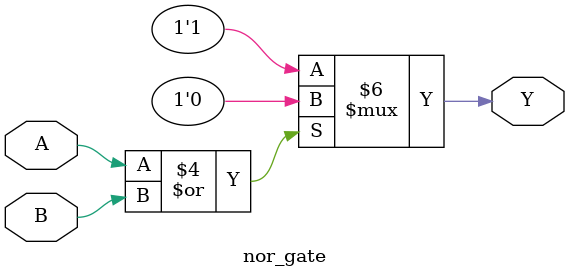
<source format=v>
module nor_gate (output reg Y,input A,input B);
always @(A or B) begin
	if (A==1 | B==1)
		Y=0;
	else 
		Y=1;
	
end 
endmodule


</source>
